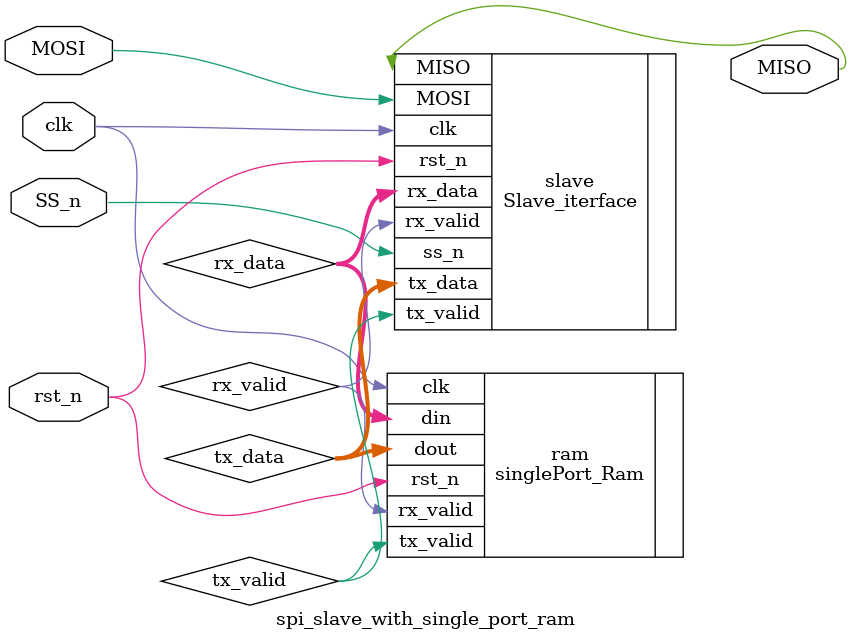
<source format=v>
module spi_slave_with_single_port_ram ( MOSI,MISO,SS_n,clk,rst_n);

input MOSI,SS_n,clk,rst_n;

output MISO;

wire [9:0] rx_data;
wire rx_valid,tx_valid;
wire [7:0] tx_data;

// spi slave module
Slave_iterface slave (.clk(clk),.rst_n(rst_n),.MOSI(MOSI),.MISO(MISO),.rx_valid(rx_valid),.tx_valid(tx_valid),.rx_data(rx_data),.tx_data(tx_data),.ss_n(SS_n));

// RAM module
 singlePort_Ram  ram (.clk(clk),.rst_n(rst_n),.din(rx_data),.rx_valid(rx_valid),.dout(tx_data),.tx_valid(tx_valid));
    
endmodule
</source>
